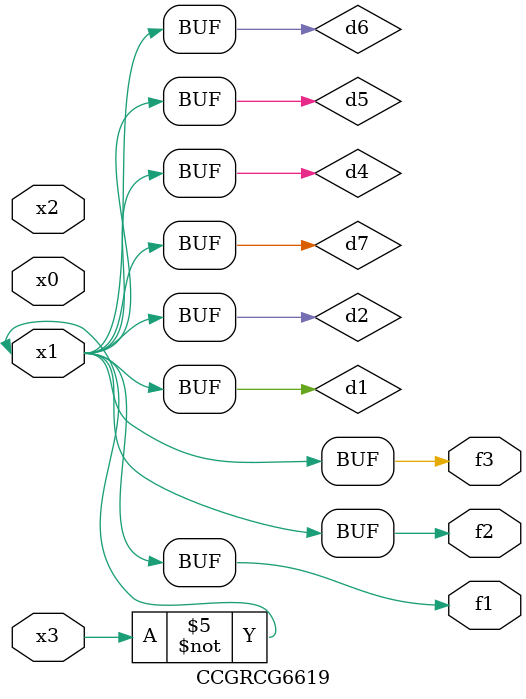
<source format=v>
module CCGRCG6619(
	input x0, x1, x2, x3,
	output f1, f2, f3
);

	wire d1, d2, d3, d4, d5, d6, d7;

	not (d1, x3);
	buf (d2, x1);
	xnor (d3, d1, d2);
	nor (d4, d1);
	buf (d5, d1, d2);
	buf (d6, d4, d5);
	nand (d7, d4);
	assign f1 = d6;
	assign f2 = d7;
	assign f3 = d6;
endmodule

</source>
